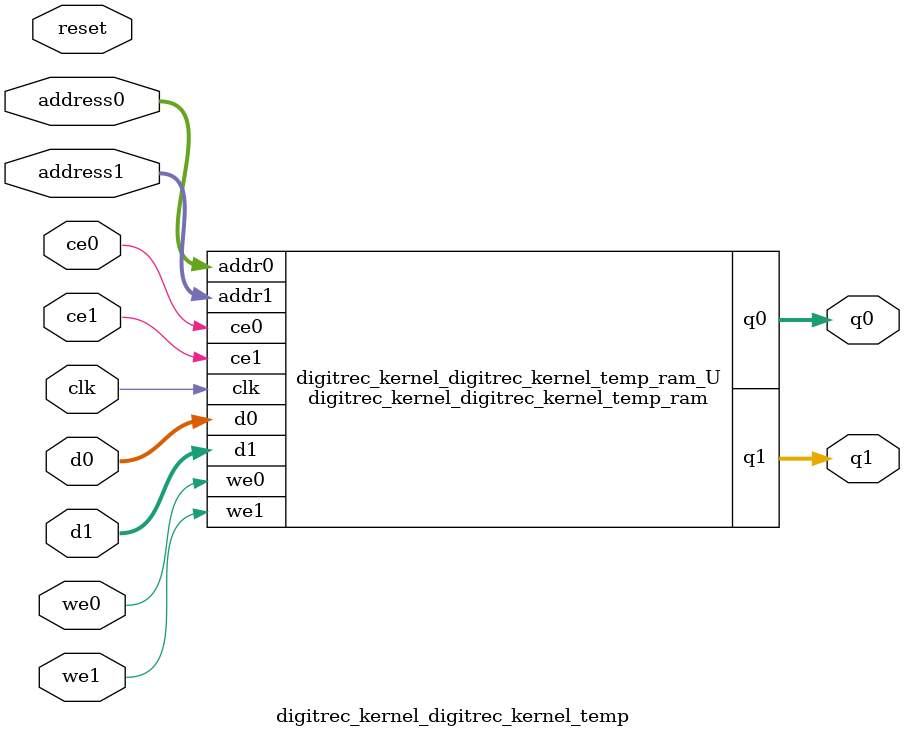
<source format=v>

`timescale 1 ns / 1 ps
module digitrec_kernel_digitrec_kernel_temp_ram (addr0, ce0, d0, we0, q0, addr1, ce1, d1, we1, q1,  clk);

parameter DWIDTH = 64;
parameter AWIDTH = 15;
parameter MEM_SIZE = 18000;

input[AWIDTH-1:0] addr0;
input ce0;
input[DWIDTH-1:0] d0;
input we0;
output reg[DWIDTH-1:0] q0;
input[AWIDTH-1:0] addr1;
input ce1;
input[DWIDTH-1:0] d1;
input we1;
output reg[DWIDTH-1:0] q1;
input clk;

(* ram_style = "block" *)reg [DWIDTH-1:0] ram[0:MEM_SIZE-1];




always @(posedge clk)  
begin 
    if (ce0) 
    begin
        if (we0) 
        begin 
            ram[addr0] <= d0; 
            q0 <= d0;
        end 
        else 
            q0 <= ram[addr0];
    end
end


always @(posedge clk)  
begin 
    if (ce1) 
    begin
        if (we1) 
        begin 
            ram[addr1] <= d1; 
            q1 <= d1;
        end 
        else 
            q1 <= ram[addr1];
    end
end


endmodule


`timescale 1 ns / 1 ps
module digitrec_kernel_digitrec_kernel_temp(
    reset,
    clk,
    address0,
    ce0,
    we0,
    d0,
    q0,
    address1,
    ce1,
    we1,
    d1,
    q1);

parameter DataWidth = 32'd64;
parameter AddressRange = 32'd18000;
parameter AddressWidth = 32'd15;
input reset;
input clk;
input[AddressWidth - 1:0] address0;
input ce0;
input we0;
input[DataWidth - 1:0] d0;
output[DataWidth - 1:0] q0;
input[AddressWidth - 1:0] address1;
input ce1;
input we1;
input[DataWidth - 1:0] d1;
output[DataWidth - 1:0] q1;



digitrec_kernel_digitrec_kernel_temp_ram digitrec_kernel_digitrec_kernel_temp_ram_U(
    .clk( clk ),
    .addr0( address0 ),
    .ce0( ce0 ),
    .we0( we0 ),
    .d0( d0 ),
    .q0( q0 ),
    .addr1( address1 ),
    .ce1( ce1 ),
    .we1( we1 ),
    .d1( d1 ),
    .q1( q1 ));

endmodule


</source>
